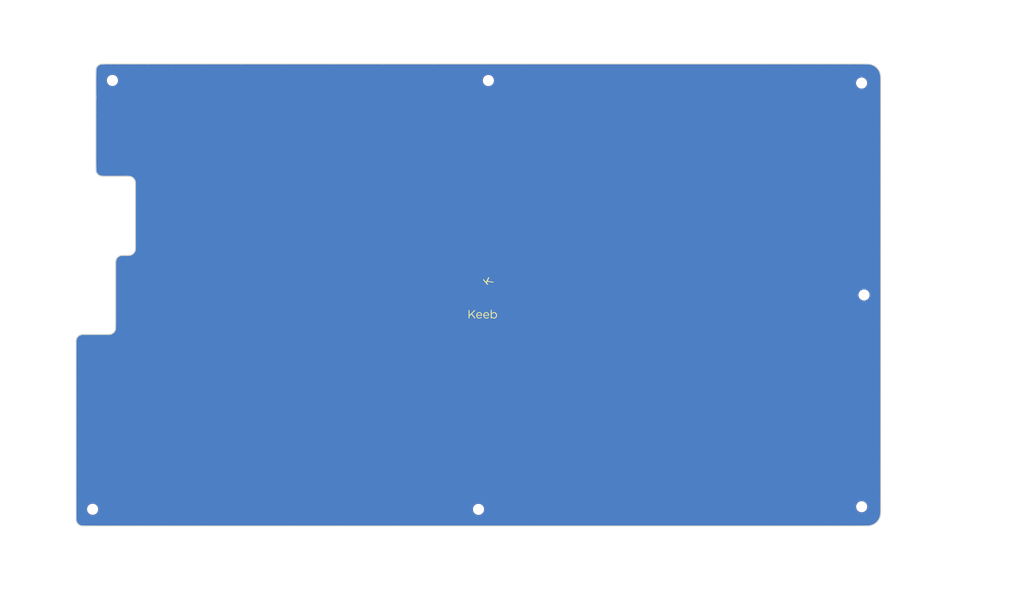
<source format=kicad_pcb>
(kicad_pcb (version 20221018) (generator pcbnew)
  (layers (0 "F.Cu" signal) (31 "B.Cu" signal) (34 "B.Paste" user) (35 "F.Paste" user) (36 "B.SilkS" user "B.Silkscreen") (37 "F.SilkS" user "F.Silkscreen") (38 "B.Mask" user) (39 "F.Mask" user) (44 "Edge.Cuts" user))
  (net 0 "")
  (footprint "Keebio-Art:Keebio-TwoTone" (layer "F.Cu") (at 123.143526 72.990229)
    (fp_text reference "G***" hide)
    (fp_text value "LOGO" hide)
  )
  (footprint "Mounting_Holes:MountingHole_2.2mm_M2" (layer "B.Cu") (at 123.143526 21.360229 180)
    (fp_text reference "REF**" hide)
    (fp_text value "MountingHole_2.2mm_M2" hide)
    (pad "" np_thru_hole circle (at 0 0 180) (size 2.2 2.2) (drill 2.2) (layers "*.Cu" "*.Mask"))
  )
  (footprint "Mounting_Holes:MountingHole_2.2mm_M2" (layer "B.Cu") (at 213.006026 21.970229 180)
    (fp_text reference "REF**" hide)
    (fp_text value "MountingHole_2.2mm_M2" hide)
    (pad "" np_thru_hole circle (at 0 0 180) (size 2.2 2.2) (drill 2.2) (layers "*.Cu" "*.Mask"))
  )
  (footprint "Mounting_Holes:MountingHole_2.2mm_M2" (layer "B.Cu") (at 32.621026 21.340229 180)
    (fp_text reference "REF**" hide)
    (fp_text value "MountingHole_2.2mm_M2" hide)
    (pad "" np_thru_hole circle (at 0 0 180) (size 2.2 2.2) (drill 2.2) (layers "*.Cu" "*.Mask"))
  )
  (footprint "Mounting_Holes:MountingHole_2.2mm_M2" (layer "B.Cu") (at 27.851026 124.590229 180)
    (fp_text reference "REF**" hide)
    (fp_text value "MountingHole_2.2mm_M2" hide)
    (pad "" np_thru_hole circle (at 0 0 180) (size 2.2 2.2) (drill 2.2) (layers "*.Cu" "*.Mask"))
  )
  (footprint "Mounting_Holes:MountingHole_2.2mm_M2" (layer "B.Cu") (at 120.763526 124.610229 180)
    (fp_text reference "REF**" hide)
    (fp_text value "MountingHole_2.2mm_M2" hide)
    (pad "" np_thru_hole circle (at 0 0 180) (size 2.2 2.2) (drill 2.2) (layers "*.Cu" "*.Mask"))
  )
  (footprint "Mounting_Holes:MountingHole_2.2mm_M2" (layer "B.Cu") (at 213.026026 123.980229 180)
    (fp_text reference "REF**" hide)
    (fp_text value "MountingHole_2.2mm_M2" hide)
    (pad "" np_thru_hole circle (at 0 0 180) (size 2.2 2.2) (drill 2.2) (layers "*.Cu" "*.Mask"))
  )
  (footprint "Mounting_Holes:MountingHole_2.2mm_M2" (layer "B.Cu") (at 213.596026 72.990229 180)
    (fp_text reference "REF**" hide)
    (fp_text value "MountingHole_2.2mm_M2" hide)
    (pad "" np_thru_hole circle (at 0 0 180) (size 2.2 2.2) (drill 2.2) (layers "*.Cu" "*.Mask"))
  )
  (gr_line (start 38.158512 46.228192) (end 38.15828 46.155055) (stroke (width 0.2)) (layer "Edge.Cuts"))
  (gr_line (start 28.644979 18.855713) (end 28.657789 18.743977) (stroke (width 0.2)) (layer "Edge.Cuts"))
  (gr_line (start 217.60826 110.980457) (end 217.60826 115.615681) (stroke (width 0.2)) (layer "Edge.Cuts"))
  (gr_line (start 33.396033 66.257522) (end 33.396033 65.896197) (stroke (width 0.2)) (layer "Edge.Cuts"))
  (gr_line (start 23.925171 83.731809) (end 23.957152 83.610658) (stroke (width 0.2)) (layer "Edge.Cuts"))
  (gr_line (start 34.158032 63.699116) (end 34.274287 63.63411) (stroke (width 0.2)) (layer "Edge.Cuts"))
  (gr_line (start 209.936823 17.360222) (end 211.908055 17.360222) (stroke (width 0.2)) (layer "Edge.Cuts"))
  (gr_line (start 29.316265 17.651547) (end 29.429351 17.578596) (stroke (width 0.2)) (layer "Edge.Cuts"))
  (gr_line (start 38.158512 46.482159) (end 38.158512 46.366354) (stroke (width 0.2)) (layer "Edge.Cuts"))
  (gr_line (start 217.60826 21.214055) (end 217.60826 21.602283) (stroke (width 0.2)) (layer "Edge.Cuts"))
  (gr_line (start 38.158512 61.578533) (end 38.158512 61.502678) (stroke (width 0.2)) (layer "Edge.Cuts"))
  (gr_line (start 33.940742 63.861329) (end 34.046458 63.775247) (stroke (width 0.2)) (layer "Edge.Cuts"))
  (gr_line (start 34.046458 63.775247) (end 34.158032 63.699116) (stroke (width 0.2)) (layer "Edge.Cuts"))
  (gr_line (start 23.87127 120.387815) (end 23.87127 117.772986) (stroke (width 0.2)) (layer "Edge.Cuts"))
  (gr_line (start 28.633275 19.488996) (end 28.633275 19.390879) (stroke (width 0.2)) (layer "Edge.Cuts"))
  (gr_line (start 217.556678 20.109751) (end 217.583286 20.334245) (stroke (width 0.2)) (layer "Edge.Cuts"))
  (gr_line (start 28.633275 26.602139) (end 28.633275 26.102548) (stroke (width 0.2)) (layer "Edge.Cuts"))
  (gr_line (start 33.396033 78.798691) (end 33.396033 78.001896) (stroke (width 0.2)) (layer "Edge.Cuts"))
  (gr_line (start 216.441078 18.095678) (end 216.643998 18.279086) (stroke (width 0.2)) (layer "Edge.Cuts"))
  (gr_line (start 35.154462 63.460359) (end 35.225037 63.460229) (stroke (width 0.2)) (layer "Edge.Cuts"))
  (gr_line (start 35.623019 63.460229) (end 35.686919 63.460229) (stroke (width 0.2)) (layer "Edge.Cuts"))
  (gr_line (start 33.396033 80.566788) (end 33.396033 80.541725) (stroke (width 0.2)) (layer "Edge.Cuts"))
  (gr_line (start 34.037746 128.610215) (end 30.534345 128.610215) (stroke (width 0.2)) (layer "Edge.Cuts"))
  (gr_line (start 217.60826 21.602283) (end 217.60826 22.382027) (stroke (width 0.2)) (layer "Edge.Cuts"))
  (gr_line (start 28.705997 18.506223) (end 28.74446 18.384702) (stroke (width 0.2)) (layer "Edge.Cuts"))
  (gr_line (start 28.633275 41.498633) (end 28.633275 40.925839) (stroke (width 0.2)) (layer "Edge.Cuts"))
  (gr_line (start 29.629369 44.288406) (end 29.509682 44.235425) (stroke (width 0.2)) (layer "Edge.Cuts"))
  (gr_line (start 75.563233 128.610215) (end 64.119557 128.610215) (stroke (width 0.2)) (layer "Edge.Cuts"))
  (gr_line (start 112.720084 128.610215) (end 100.343212 128.610215) (stroke (width 0.2)) (layer "Edge.Cuts"))
  (gr_line (start 33.599938 64.281661) (end 33.670479 64.167527) (stroke (width 0.2)) (layer "Edge.Cuts"))
  (gr_line (start 28.633275 36.58871) (end 28.633275 35.111106) (stroke (width 0.2)) (layer "Edge.Cuts"))
  (gr_line (start 29.288332 82.510229) (end 29.751344 82.510229) (stroke (width 0.2)) (layer "Edge.Cuts"))
  (gr_line (start 215.998044 17.786507) (end 216.224977 17.930701) (stroke (width 0.2)) (layer "Edge.Cuts"))
  (gr_line (start 28.633275 25.050441) (end 28.633275 24.855373) (stroke (width 0.2)) (layer "Edge.Cuts"))
  (gr_line (start 28.633275 28.185991) (end 28.633275 27.286891) (stroke (width 0.2)) (layer "Edge.Cuts"))
  (gr_line (start 23.90261 127.271727) (end 23.887241 127.157572) (stroke (width 0.2)) (layer "Edge.Cuts"))
  (gr_line (start 23.87127 84.533967) (end 23.87127 84.40078) (stroke (width 0.2)) (layer "Edge.Cuts"))
  (gr_line (start 191.667256 128.610215) (end 135.049016 128.610215) (stroke (width 0.2)) (layer "Edge.Cuts"))
  (gr_line (start 29.667233 17.468004) (end 29.788756 17.430384) (stroke (width 0.2)) (layer "Edge.Cuts"))
  (gr_line (start 25.740201 82.510229) (end 25.795735 82.510229) (stroke (width 0.2)) (layer "Edge.Cuts"))
  (gr_line (start 33.396033 75.839483) (end 33.396033 74.564039) (stroke (width 0.2)) (layer "Edge.Cuts"))
  (gr_line (start 204.144755 128.610215) (end 198.765779 128.610215) (stroke (width 0.2)) (layer "Edge.Cuts"))
  (gr_line (start 217.60826 28.875714) (end 217.60826 33.026879) (stroke (width 0.2)) (layer "Edge.Cuts"))
  (gr_line (start 135.049016 128.610215) (end 124.44859 128.610215) (stroke (width 0.2)) (layer "Edge.Cuts"))
  (gr_line (start 31.173278 17.360222) (end 32.252843 17.360222) (stroke (width 0.2)) (layer "Edge.Cuts"))
  (gr_line (start 28.657789 18.743977) (end 28.677618 18.626731) (stroke (width 0.2)) (layer "Edge.Cuts"))
  (gr_line (start 33.396033 70.579097) (end 33.396033 69.369674) (stroke (width 0.2)) (layer "Edge.Cuts"))
  (gr_line (start 35.951293 63.460229) (end 36.006526 63.460229) (stroke (width 0.2)) (layer "Edge.Cuts"))
  (gr_line (start 28.633275 40.925839) (end 28.633275 40.159556) (stroke (width 0.2)) (layer "Edge.Cuts"))
  (gr_line (start 33.670479 64.167527) (end 33.751577 64.058644) (stroke (width 0.2)) (layer "Edge.Cuts"))
  (gr_line (start 28.987476 43.81016) (end 28.906535 43.701186) (stroke (width 0.2)) (layer "Edge.Cuts"))
  (gr_line (start 26.040565 82.510229) (end 26.18608 82.510229) (stroke (width 0.2)) (layer "Edge.Cuts"))
  (gr_line (start 33.396033 79.405878) (end 33.396033 78.798691) (stroke (width 0.2)) (layer "Edge.Cuts"))
  (gr_line (start 31.508787 82.510229) (end 31.567019 82.510229) (stroke (width 0.2)) (layer "Edge.Cuts"))
  (gr_line (start 32.950011 82.014273) (end 33.04049 81.911815) (stroke (width 0.2)) (layer "Edge.Cuts"))
  (gr_line (start 25.768212 128.610215) (end 25.679855 128.610214) (stroke (width 0.2)) (layer "Edge.Cuts"))
  (gr_line (start 214.378531 17.367481) (end 214.583651 17.380695) (stroke (width 0.2)) (layer "Edge.Cuts"))
  (gr_line (start 32.745608 82.195211) (end 32.851325 82.10913) (stroke (width 0.2)) (layer "Edge.Cuts"))
  (gr_line (start 36.614812 63.452433) (end 36.723309 63.442297) (stroke (width 0.2)) (layer "Edge.Cuts"))
  (gr_line (start 28.633275 33.586529) (end 28.633275 32.073352) (stroke (width 0.2)) (layer "Edge.Cuts"))
  (gr_line (start 27.372738 82.510229) (end 27.823337 82.510229) (stroke (width 0.2)) (layer "Edge.Cuts"))
  (gr_line (start 28.633275 42.548017) (end 28.633275 42.476489) (stroke (width 0.2)) (layer "Edge.Cuts"))
  (gr_line (start 28.633275 19.202745) (end 28.633324 19.135363) (stroke (width 0.2)) (layer "Edge.Cuts"))
  (gr_line (start 28.633275 42.188067) (end 28.633275 41.909016) (stroke (width 0.2)) (layer "Edge.Cuts"))
  (gr_line (start 33.33272 81.328246) (end 33.3584 81.208471) (stroke (width 0.2)) (layer "Edge.Cuts"))
  (gr_line (start 217.60826 25.838207) (end 217.60826 28.875714) (stroke (width 0.2)) (layer "Edge.Cuts"))
  (gr_line (start 36.006526 63.460229) (end 36.052303 63.460229) (stroke (width 0.2)) (layer "Edge.Cuts"))
  (gr_line (start 28.633275 32.073352) (end 28.633275 30.629954) (stroke (width 0.2)) (layer "Edge.Cuts"))
  (gr_line (start 31.818535 82.50464) (end 31.9244 82.496245) (stroke (width 0.2)) (layer "Edge.Cuts"))
  (gr_line (start 217.515796 19.874587) (end 217.556678 20.109751) (stroke (width 0.2)) (layer "Edge.Cuts"))
  (gr_line (start 24.384329 128.18036) (end 24.288082 128.083001) (stroke (width 0.2)) (layer "Edge.Cuts"))
  (gr_line (start 31.722187 82.508747) (end 31.818535 82.50464) (stroke (width 0.2)) (layer "Edge.Cuts"))
  (gr_line (start 37.543478 63.118005) (end 37.647017 63.028915) (stroke (width 0.2)) (layer "Edge.Cuts"))
  (gr_line (start 29.90909 17.402728) (end 30.025987 17.383503) (stroke (width 0.2)) (layer "Edge.Cuts"))
  (gr_line (start 36.288698 44.410229) (end 36.233165 44.410229) (stroke (width 0.2)) (layer "Edge.Cuts"))
  (gr_line (start 31.387433 82.510229) (end 31.452708 82.510229) (stroke (width 0.2)) (layer "Edge.Cuts"))
  (gr_line (start 33.396033 77.002611) (end 33.396033 75.839483) (stroke (width 0.2)) (layer "Edge.Cuts"))
  (gr_line (start 217.202476 126.963714) (end 217.061741 127.192127) (stroke (width 0.2)) (layer "Edge.Cuts"))
  (gr_line (start 38.158512 61.200913) (end 38.158512 60.919694) (stroke (width 0.2)) (layer "Edge.Cuts"))
  (gr_line (start 35.4448 63.460229) (end 35.476851 63.460229) (stroke (width 0.2)) (layer "Edge.Cuts"))
  (gr_line (start 33.396033 73.227808) (end 33.396033 71.882318) (stroke (width 0.2)) (layer "Edge.Cuts"))
  (gr_line (start 29.077818 43.912727) (end 28.987476 43.81016) (stroke (width 0.2)) (layer "Edge.Cuts"))
  (gr_line (start 31.183901 82.510229) (end 31.301614 82.510229) (stroke (width 0.2)) (layer "Edge.Cuts"))
  (gr_line (start 210.718628 128.610215) (end 208.047825 128.610215) (stroke (width 0.2)) (layer "Edge.Cuts"))
  (gr_line (start 23.87127 100.003759) (end 23.87127 96.518606) (stroke (width 0.2)) (layer "Edge.Cuts"))
  (gr_line (start 36.349927 44.41023) (end 36.288698 44.410229) (stroke (width 0.2)) (layer "Edge.Cuts"))
  (gr_line (start 29.871749 44.360059) (end 29.750802 44.329454) (stroke (width 0.2)) (layer "Edge.Cuts"))
  (gr_line (start 31.567019 82.510229) (end 31.637605 82.5101) (stroke (width 0.2)) (layer "Edge.Cuts"))
  (gr_line (start 24.382765 82.941544) (end 24.486304 82.852453) (stroke (width 0.2)) (layer "Edge.Cuts"))
  (gr_line (start 28.633275 35.111106) (end 28.633275 33.586529) (stroke (width 0.2)) (layer "Edge.Cuts"))
  (gr_line (start 24.199112 83.14372) (end 24.286643 83.039025) (stroke (width 0.2)) (layer "Edge.Cuts"))
  (gr_line (start 25.60338 82.510593) (end 25.678794 82.51023) (stroke (width 0.2)) (layer "Edge.Cuts"))
  (gr_line (start 38.127172 45.748717) (end 38.104186 45.629929) (stroke (width 0.2)) (layer "Edge.Cuts"))
  (gr_line (start 38.151932 61.898703) (end 38.156608 61.800719) (stroke (width 0.2)) (layer "Edge.Cuts"))
  (gr_line (start 33.396033 71.882318) (end 33.396033 70.579097) (stroke (width 0.2)) (layer "Edge.Cuts"))
  (gr_line (start 29.282 44.09394) (end 29.176384 44.007712) (stroke (width 0.2)) (layer "Edge.Cuts"))
  (gr_line (start 28.653104 42.99086) (end 28.642172 42.881308) (stroke (width 0.2)) (layer "Edge.Cuts"))
  (gr_line (start 32.851325 82.10913) (end 32.950011 82.014273) (stroke (width 0.2)) (layer "Edge.Cuts"))
  (gr_line (start 189.233461 17.360222) (end 196.80231 17.360222) (stroke (width 0.2)) (layer "Edge.Cuts"))
  (gr_line (start 33.395496 80.791159) (end 33.396028 80.713523) (stroke (width 0.2)) (layer "Edge.Cuts"))
  (gr_line (start 25.856741 82.510229) (end 25.934568 82.510229) (stroke (width 0.2)) (layer "Edge.Cuts"))
  (gr_line (start 35.416768 63.460229) (end 35.4448 63.460229) (stroke (width 0.2)) (layer "Edge.Cuts"))
  (gr_line (start 37.647017 63.028915) (end 37.743139 62.931434) (stroke (width 0.2)) (layer "Edge.Cuts"))
  (gr_line (start 24.200408 127.978409) (end 24.122483 127.867759) (stroke (width 0.2)) (layer "Edge.Cuts"))
  (gr_line (start 217.60826 104.985212) (end 217.60826 110.980457) (stroke (width 0.2)) (layer "Edge.Cuts"))
  (gr_line (start 214.66843 128.5819) (end 214.456438 128.598847) (stroke (width 0.2)) (layer "Edge.Cuts"))
  (gr_line (start 33.396033 80.511621) (end 33.396033 80.510312) (stroke (width 0.2)) (layer "Edge.Cuts"))
  (gr_line (start 214.894887 128.553264) (end 214.66843 128.5819) (stroke (width 0.2)) (layer "Edge.Cuts"))
  (gr_line (start 28.642172 42.881308) (end 28.636246 42.780219) (stroke (width 0.2)) (layer "Edge.Cuts"))
  (gr_line (start 214.804993 17.404401) (end 215.038059 17.441662) (stroke (width 0.2)) (layer "Edge.Cuts"))
  (gr_line (start 217.608251 125.014604) (end 217.607225 125.169438) (stroke (width 0.2)) (layer "Edge.Cuts"))
  (gr_line (start 23.87127 84.329215) (end 23.871491 84.256308) (stroke (width 0.2)) (layer "Edge.Cuts"))
  (gr_line (start 38.142541 45.862872) (end 38.127172 45.748717) (stroke (width 0.2)) (layer "Edge.Cuts"))
  (gr_line (start 38.151827 45.970147) (end 38.142541 45.862872) (stroke (width 0.2)) (layer "Edge.Cuts"))
  (gr_line (start 33.396033 65.489963) (end 33.396033 65.389743) (stroke (width 0.2)) (layer "Edge.Cuts"))
  (gr_line (start 25.414971 82.518026) (end 25.514689 82.512681) (stroke (width 0.2)) (layer "Edge.Cuts"))
  (gr_line (start 38.158512 50.684429) (end 38.158512 49.569382) (stroke (width 0.2)) (layer "Edge.Cuts"))
  (gr_line (start 33.396033 80.499443) (end 33.396033 80.453833) (stroke (width 0.2)) (layer "Edge.Cuts"))
  (gr_line (start 28.633275 23.350926) (end 28.633275 22.833104) (stroke (width 0.2)) (layer "Edge.Cuts"))
  (gr_line (start 23.902316 83.850542) (end 23.925171 83.731809) (stroke (width 0.2)) (layer "Edge.Cuts"))
  (gr_line (start 24.487974 128.26931) (end 24.384329 128.18036) (stroke (width 0.2)) (layer "Edge.Cuts"))
  (gr_line (start 30.640731 44.410229) (end 30.575684 44.410229) (stroke (width 0.2)) (layer "Edge.Cuts"))
  (gr_line (start 37.908433 62.716003) (end 37.975255 62.600402) (stroke (width 0.2)) (layer "Edge.Cuts"))
  (gr_line (start 217.568602 125.771475) (end 217.53366 126.003006) (stroke (width 0.2)) (layer "Edge.Cuts"))
  (gr_line (start 28.633324 19.135363) (end 28.634279 19.053654) (stroke (width 0.2)) (layer "Edge.Cuts"))
  (gr_line (start 46.924885 17.360222) (end 54.349001 17.360222) (stroke (width 0.2)) (layer "Edge.Cuts"))
  (gr_line (start 28.633275 19.390879) (end 28.633275 19.318573) (stroke (width 0.2)) (layer "Edge.Cuts"))
  (gr_line (start 38.156608 61.800719) (end 38.158291 61.71415) (stroke (width 0.2)) (layer "Edge.Cuts"))
  (gr_line (start 28.634279 19.053654) (end 28.637653 18.959688) (stroke (width 0.2)) (layer "Edge.Cuts"))
  (gr_line (start 29.989962 44.381754) (end 29.871749 44.360059) (stroke (width 0.2)) (layer "Edge.Cuts"))
  (gr_line (start 33.842056 63.956186) (end 33.940742 63.861329) (stroke (width 0.2)) (layer "Edge.Cuts"))
  (gr_line (start 214.456438 128.598847) (end 214.26341 128.607172) (stroke (width 0.2)) (layer "Edge.Cuts"))
  (gr_line (start 28.633275 20.059837) (end 28.633275 19.811313) (stroke (width 0.2)) (layer "Edge.Cuts"))
  (gr_line (start 35.324829 63.460229) (end 35.359979 63.460229) (stroke (width 0.2)) (layer "Edge.Cuts"))
  (gr_line (start 36.838337 63.425839) (end 36.957645 63.401524) (stroke (width 0.2)) (layer "Edge.Cuts"))
  (gr_line (start 31.452708 82.510229) (end 31.508787 82.510229) (stroke (width 0.2)) (layer "Edge.Cuts"))
  (gr_line (start 28.633275 22.297147) (end 28.633275 21.763597) (stroke (width 0.2)) (layer "Edge.Cuts"))
  (gr_line (start 33.396033 65.389743) (end 33.396033 65.321249) (stroke (width 0.2)) (layer "Edge.Cuts"))
  (gr_line (start 214.26341 128.607172) (end 214.093843 128.609941) (stroke (width 0.2)) (layer "Edge.Cuts"))
  (gr_line (start 28.633275 39.16949) (end 28.633275 37.960963) (stroke (width 0.2)) (layer "Edge.Cuts"))
  (gr_line (start 33.396033 68.305576) (end 33.396033 67.434863) (stroke (width 0.2)) (layer "Edge.Cuts"))
  (gr_line (start 24.710934 82.704141) (end 24.829672 82.647264) (stroke (width 0.2)) (layer "Edge.Cuts"))
  (gr_line (start 34.51546 63.54045) (end 34.636382 63.509996) (stroke (width 0.2)) (layer "Edge.Cuts"))
  (gr_line (start 87.797689 128.610215) (end 75.563233 128.610215) (stroke (width 0.2)) (layer "Edge.Cuts"))
  (gr_line (start 217.60826 124.877975) (end 217.608251 125.014604) (stroke (width 0.2)) (layer "Edge.Cuts"))
  (gr_line (start 32.634035 82.271343) (end 32.745608 82.195211) (stroke (width 0.2)) (layer "Edge.Cuts"))
  (gr_line (start 36.723309 63.442297) (end 36.838337 63.425839) (stroke (width 0.2)) (layer "Edge.Cuts"))
  (gr_line (start 215.038059 17.441662) (end 215.278352 17.495546) (stroke (width 0.2)) (layer "Edge.Cuts"))
  (gr_line (start 213.068296 17.360222) (end 213.653035 17.360222) (stroke (width 0.2)) (layer "Edge.Cuts"))
  (gr_line (start 35.516118 63.460229) (end 35.565216 63.460229) (stroke (width 0.2)) (layer "Edge.Cuts"))
  (gr_line (start 29.54677 17.517119) (end 29.667233 17.468004) (stroke (width 0.2)) (layer "Edge.Cuts"))
  (gr_line (start 24.712762 128.417286) (end 24.597844 128.348677) (stroke (width 0.2)) (layer "Edge.Cuts"))
  (gr_line (start 37.433697 63.197531) (end 37.543478 63.118005) (stroke (width 0.2)) (layer "Edge.Cuts"))
  (gr_line (start 30.8074 82.510229) (end 31.022946 82.510229) (stroke (width 0.2)) (layer "Edge.Cuts"))
  (gr_line (start 28.633275 24.855373) (end 28.633275 24.591935) (stroke (width 0.2)) (layer "Edge.Cuts"))
  (gr_line (start 24.952696 128.518413) (end 24.831551 128.47397) (stroke (width 0.2)) (layer "Edge.Cuts"))
  (gr_line (start 212.400804 128.610215) (end 210.718628 128.610215) (stroke (width 0.2)) (layer "Edge.Cuts"))
  (gr_line (start 38.158512 58.28491) (end 38.158512 57.167447) (stroke (width 0.2)) (layer "Edge.Cuts"))
  (gr_line (start 30.461302 44.410229) (end 30.390484 44.410092) (stroke (width 0.2)) (layer "Edge.Cuts"))
  (gr_line (start 217.60826 71.17637) (end 217.60826 80.408783) (stroke (width 0.2)) (layer "Edge.Cuts"))
  (gr_line (start 28.633275 27.286891) (end 28.633275 26.602139) (stroke (width 0.2)) (layer "Edge.Cuts"))
  (gr_line (start 30.025987 17.383503) (end 30.137197 17.371176) (stroke (width 0.2)) (layer "Edge.Cuts"))
  (gr_line (start 23.887053 83.964607) (end 23.902316 83.850542) (stroke (width 0.2)) (layer "Edge.Cuts"))
  (gr_line (start 215.521375 17.569118) (end 215.762628 17.665444) (stroke (width 0.2)) (layer "Edge.Cuts"))
  (gr_line (start 25.191445 82.54462) (end 25.306473 82.528161) (stroke (width 0.2)) (layer "Edge.Cuts"))
  (gr_line (start 36.093796 44.410229) (end 35.987261 44.410229) (stroke (width 0.2)) (layer "Edge.Cuts"))
  (gr_line (start 28.777548 43.468715) (end 28.731264 43.347802) (stroke (width 0.2)) (layer "Edge.Cuts"))
  (gr_line (start 85.777005 17.360222) (end 97.833915 17.360222) (stroke (width 0.2)) (layer "Edge.Cuts"))
  (gr_line (start 23.999791 83.489336) (end 24.054527 83.370057) (stroke (width 0.2)) (layer "Edge.Cuts"))
  (gr_line (start 24.00055 127.632993) (end 23.957732 127.511687) (stroke (width 0.2)) (layer "Edge.Cuts"))
  (gr_line (start 124.44859 128.610215) (end 112.720084 128.610215) (stroke (width 0.2)) (layer "Edge.Cuts"))
  (gr_line (start 28.633275 21.763597) (end 28.633275 21.252998) (stroke (width 0.2)) (layer "Edge.Cuts"))
  (gr_line (start 216.522042 127.80518) (end 216.31081 127.977636) (stroke (width 0.2)) (layer "Edge.Cuts"))
  (gr_line (start 30.3057 44.408708) (end 30.209186 44.404546) (stroke (width 0.2)) (layer "Edge.Cuts"))
  (gr_line (start 28.633275 19.318573) (end 28.633275 19.259916) (stroke (width 0.2)) (layer "Edge.Cuts"))
  (gr_line (start 23.957732 127.511687) (end 23.925596 127.390515) (stroke (width 0.2)) (layer "Edge.Cuts"))
  (gr_line (start 33.375985 81.092626) (end 33.387008 80.98296) (stroke (width 0.2)) (layer "Edge.Cuts"))
  (gr_line (start 217.378943 19.39024) (end 217.457573 19.633251) (stroke (width 0.2)) (layer "Edge.Cuts"))
  (gr_line (start 217.598684 20.54357) (end 217.605939 20.733228) (stroke (width 0.2)) (layer "Edge.Cuts"))
  (gr_line (start 215.762628 17.665444) (end 215.998044 17.786507) (stroke (width 0.2)) (layer "Edge.Cuts"))
  (gr_line (start 217.607225 125.169438) (end 217.602318 125.350193) (stroke (width 0.2)) (layer "Edge.Cuts"))
  (gr_line (start 28.633793 42.689841) (end 28.63328 42.612424) (stroke (width 0.2)) (layer "Edge.Cuts"))
  (gr_line (start 34.650212 44.410229) (end 34.198938 44.410229) (stroke (width 0.2)) (layer "Edge.Cuts"))
  (gr_line (start 38.158512 61.502678) (end 38.158512 61.386023) (stroke (width 0.2)) (layer "Edge.Cuts"))
  (gr_line (start 38.142729 62.005851) (end 38.151932 61.898703) (stroke (width 0.2)) (layer "Edge.Cuts"))
  (gr_line (start 29.509682 44.235425) (end 29.393491 44.170236) (stroke (width 0.2)) (layer "Edge.Cuts"))
  (gr_line (start 28.633275 25.360427) (end 28.633275 25.359746) (stroke (width 0.2)) (layer "Edge.Cuts"))
  (gr_line (start 23.87127 126.721063) (end 23.87127 126.589408) (stroke (width 0.2)) (layer "Edge.Cuts"))
  (gr_line (start 34.867666 63.474214) (end 34.973531 63.465819) (stroke (width 0.2)) (layer "Edge.Cuts"))
  (gr_line (start 35.889105 63.460229) (end 35.951293 63.460229) (stroke (width 0.2)) (layer "Edge.Cuts"))
  (gr_line (start 38.158512 53.250665) (end 38.158512 51.9287) (stroke (width 0.2)) (layer "Edge.Cuts"))
  (gr_line (start 215.616073 128.366569) (end 215.373206 128.448664) (stroke (width 0.2)) (layer "Edge.Cuts"))
  (gr_line (start 38.158512 47.348328) (end 38.158512 46.945491) (stroke (width 0.2)) (layer "Edge.Cuts"))
  (gr_line (start 36.290492 63.460229) (end 36.350988 63.460229) (stroke (width 0.2)) (layer "Edge.Cuts"))
  (gr_line (start 28.633275 19.625086) (end 28.633275 19.488996) (stroke (width 0.2)) (layer "Edge.Cuts"))
  (gr_line (start 31.853149 44.410229) (end 31.498505 44.410229) (stroke (width 0.2)) (layer "Edge.Cuts"))
  (gr_line (start 32.733678 44.410229) (end 32.271171 44.410229) (stroke (width 0.2)) (layer "Edge.Cuts"))
  (gr_line (start 217.60826 123.13841) (end 217.60826 124.120125) (stroke (width 0.2)) (layer "Edge.Cuts"))
  (gr_line (start 31.022946 82.510229) (end 31.183901 82.510229) (stroke (width 0.2)) (layer "Edge.Cuts"))
  (gr_line (start 196.80231 17.360222) (end 202.619438 17.360222) (stroke (width 0.2)) (layer "Edge.Cuts"))
  (gr_line (start 213.337991 128.610215) (end 212.400804 128.610215) (stroke (width 0.2)) (layer "Edge.Cuts"))
  (gr_line (start 36.08885 63.460229) (end 36.11923 63.460229) (stroke (width 0.2)) (layer "Edge.Cuts"))
  (gr_line (start 33.396033 80.650804) (end 33.396033 80.602518) (stroke (width 0.2)) (layer "Edge.Cuts"))
  (gr_line (start 30.333561 17.361085) (end 30.414217 17.360254) (stroke (width 0.2)) (layer "Edge.Cuts"))
  (gr_line (start 213.653035 17.360222) (end 213.897759 17.360222) (stroke (width 0.2)) (layer "Edge.Cuts"))
  (gr_line (start 37.20011 63.323195) (end 37.318849 63.266318) (stroke (width 0.2)) (layer "Edge.Cuts"))
  (gr_line (start 28.633275 24.249992) (end 28.633275 23.83007) (stroke (width 0.2)) (layer "Edge.Cuts"))
  (gr_line (start 29.014754 17.927496) (end 29.107792 17.827172) (stroke (width 0.2)) (layer "Edge.Cuts"))
  (gr_line (start 38.158512 47.902153) (end 38.158512 47.348328) (stroke (width 0.2)) (layer "Edge.Cuts"))
  (gr_line (start 24.288082 128.083001) (end 24.200408 127.978409) (stroke (width 0.2)) (layer "Edge.Cuts"))
  (gr_line (start 28.633275 30.629954) (end 28.633275 29.314708) (stroke (width 0.2)) (layer "Edge.Cuts"))
  (gr_line (start 27.823337 82.510229) (end 28.305413 82.510229) (stroke (width 0.2)) (layer "Edge.Cuts"))
  (gr_line (start 30.485105 17.360222) (end 30.661897 17.360222) (stroke (width 0.2)) (layer "Edge.Cuts"))
  (gr_line (start 31.218113 44.410229) (end 31.003489 44.410229) (stroke (width 0.2)) (layer "Edge.Cuts"))
  (gr_line (start 23.87127 126.792252) (end 23.87127 126.721063) (stroke (width 0.2)) (layer "Edge.Cuts"))
  (gr_line (start 28.633275 23.83007) (end 28.633275 23.350926) (stroke (width 0.2)) (layer "Edge.Cuts"))
  (gr_line (start 28.85695 18.147292) (end 28.930748 18.034594) (stroke (width 0.2)) (layer "Edge.Cuts"))
  (gr_line (start 28.305413 82.510229) (end 28.80005 82.510229) (stroke (width 0.2)) (layer "Edge.Cuts"))
  (gr_line (start 23.87127 90.769019) (end 23.87127 88.7129) (stroke (width 0.2)) (layer "Edge.Cuts"))
  (gr_line (start 217.60826 22.382027) (end 217.60826 23.733823) (stroke (width 0.2)) (layer "Edge.Cuts"))
  (gr_line (start 33.297411 81.449701) (end 33.33272 81.328246) (stroke (width 0.2)) (layer "Edge.Cuts"))
  (gr_line (start 33.3584 81.208471) (end 33.375985 81.092626) (stroke (width 0.2)) (layer "Edge.Cuts"))
  (gr_line (start 217.60826 89.356732) (end 217.60826 97.666711) (stroke (width 0.2)) (layer "Edge.Cuts"))
  (gr_line (start 36.513616 44.412627) (end 36.425116 44.410578) (stroke (width 0.2)) (layer "Edge.Cuts"))
  (gr_line (start 35.841026 44.410229) (end 35.643743 44.410229) (stroke (width 0.2)) (layer "Edge.Cuts"))
  (gr_line (start 23.871491 84.256308) (end 23.873174 84.169739) (stroke (width 0.2)) (layer "Edge.Cuts"))
  (gr_line (start 36.957645 63.401524) (end 37.078986 63.36782) (stroke (width 0.2)) (layer "Edge.Cuts"))
  (gr_line (start 38.158512 61.386023) (end 38.158512 61.200913) (stroke (width 0.2)) (layer "Edge.Cuts"))
  (gr_line (start 32.155685 82.460462) (end 32.276607 82.430009) (stroke (width 0.2)) (layer "Edge.Cuts"))
  (gr_line (start 37.077086 44.502032) (end 36.95576 44.468487) (stroke (width 0.2)) (layer "Edge.Cuts"))
  (gr_line (start 23.873174 84.169739) (end 23.87785 84.071756) (stroke (width 0.2)) (layer "Edge.Cuts"))
  (gr_line (start 214.034952 17.360261) (end 214.194133 17.361691) (stroke (width 0.2)) (layer "Edge.Cuts"))
  (gr_line (start 23.87127 122.435468) (end 23.87127 120.387815) (stroke (width 0.2)) (layer "Edge.Cuts"))
  (gr_line (start 217.60826 124.120125) (end 217.60826 124.639802) (stroke (width 0.2)) (layer "Edge.Cuts"))
  (gr_line (start 54.349001 17.360222) (end 63.571136 17.360222) (stroke (width 0.2)) (layer "Edge.Cuts"))
  (gr_line (start 34.754534 63.488428) (end 34.867666 63.474214) (stroke (width 0.2)) (layer "Edge.Cuts"))
  (gr_line (start 38.158512 59.958307) (end 38.158512 59.222829) (stroke (width 0.2)) (layer "Edge.Cuts"))
  (gr_line (start 28.63328 42.612424) (end 28.633275 42.548017) (stroke (width 0.2)) (layer "Edge.Cuts"))
  (gr_line (start 74.201608 17.360222) (end 85.777005 17.360222) (stroke (width 0.2)) (layer "Edge.Cuts"))
  (gr_line (start 33.396033 80.525437) (end 33.396033 80.516032) (stroke (width 0.2)) (layer "Edge.Cuts"))
  (gr_line (start 30.525915 82.510229) (end 30.8074 82.510229) (stroke (width 0.2)) (layer "Edge.Cuts"))
  (gr_line (start 217.319714 126.727185) (end 217.202476 126.963714) (stroke (width 0.2)) (layer "Edge.Cuts"))
  (gr_line (start 31.498505 44.410229) (end 31.218113 44.410229) (stroke (width 0.2)) (layer "Edge.Cuts"))
  (gr_line (start 217.276864 19.150042) (end 217.378943 19.39024) (stroke (width 0.2)) (layer "Edge.Cuts"))
  (gr_line (start 32.252843 17.360222) (end 34.13419 17.360222) (stroke (width 0.2)) (layer "Edge.Cuts"))
  (gr_line (start 29.393491 44.170236) (end 29.282 44.09394) (stroke (width 0.2)) (layer "Edge.Cuts"))
  (gr_line (start 33.396033 80.602518) (end 33.396033 80.566788) (stroke (width 0.2)) (layer "Edge.Cuts"))
  (gr_line (start 25.193281 128.576138) (end 25.074022 128.551958) (stroke (width 0.2)) (layer "Edge.Cuts"))
  (gr_line (start 25.416602 128.602535) (end 25.308224 128.592486) (stroke (width 0.2)) (layer "Edge.Cuts"))
  (gr_line (start 38.158512 60.51471) (end 38.158512 59.958307) (stroke (width 0.2)) (layer "Edge.Cuts"))
  (gr_line (start 38.104611 62.23865) (end 38.127466 62.119917) (stroke (width 0.2)) (layer "Edge.Cuts"))
  (gr_line (start 217.60826 45.30743) (end 217.60826 53.272186) (stroke (width 0.2)) (layer "Edge.Cuts"))
  (gr_line (start 33.396033 80.154486) (end 33.396033 79.849222) (stroke (width 0.2)) (layer "Edge.Cuts"))
  (gr_line (start 198.765779 128.610215) (end 191.667256 128.610215) (stroke (width 0.2)) (layer "Edge.Cuts"))
  (gr_line (start 33.393 80.881722) (end 33.395496 80.791159) (stroke (width 0.2)) (layer "Edge.Cuts"))
  (gr_line (start 36.146639 63.460229) (end 36.174274 63.460229) (stroke (width 0.2)) (layer "Edge.Cuts"))
  (gr_line (start 28.633275 25.276556) (end 28.633275 25.187412) (stroke (width 0.2)) (layer "Edge.Cuts"))
  (gr_line (start 217.60826 121.514122) (end 217.60826 123.13841) (stroke (width 0.2)) (layer "Edge.Cuts"))
  (gr_line (start 32.276607 82.430009) (end 32.39805 82.389136) (stroke (width 0.2)) (layer "Edge.Cuts"))
  (gr_line (start 23.871503 126.865389) (end 23.87127 126.792252) (stroke (width 0.2)) (layer "Edge.Cuts"))
  (gr_line (start 36.17198 44.410229) (end 36.093796 44.410229) (stroke (width 0.2)) (layer "Edge.Cuts"))
  (gr_line (start 30.414217 17.360254) (end 30.485105 17.360222) (stroke (width 0.2)) (layer "Edge.Cuts"))
  (gr_line (start 32.51778 82.336349) (end 32.634035 82.271343) (stroke (width 0.2)) (layer "Edge.Cuts"))
  (gr_line (start 23.87785 84.071756) (end 23.887053 83.964607) (stroke (width 0.2)) (layer "Edge.Cuts"))
  (gr_line (start 33.387008 80.98296) (end 33.393 80.881722) (stroke (width 0.2)) (layer "Edge.Cuts"))
  (gr_line (start 217.60826 53.272186) (end 217.60826 62.013002) (stroke (width 0.2)) (layer "Edge.Cuts"))
  (gr_line (start 121.53863 17.360222) (end 132.259612 17.360222) (stroke (width 0.2)) (layer "Edge.Cuts"))
  (gr_line (start 25.074022 128.551958) (end 24.952696 128.518413) (stroke (width 0.2)) (layer "Edge.Cuts"))
  (gr_line (start 33.396039 65.256936) (end 33.396571 65.179299) (stroke (width 0.2)) (layer "Edge.Cuts"))
  (gr_line (start 25.516166 128.607817) (end 25.416602 128.602535) (stroke (width 0.2)) (layer "Edge.Cuts"))
  (gr_line (start 36.721558 44.427958) (end 36.61318 44.41791) (stroke (width 0.2)) (layer "Edge.Cuts"))
  (gr_line (start 35.051386 44.410229) (end 34.650212 44.410229) (stroke (width 0.2)) (layer "Edge.Cuts"))
  (gr_line (start 23.87127 123.978884) (end 23.87127 122.435468) (stroke (width 0.2)) (layer "Edge.Cuts"))
  (gr_line (start 33.396033 67.434863) (end 33.396033 66.761192) (stroke (width 0.2)) (layer "Edge.Cuts"))
  (gr_line (start 37.974301 45.268219) (end 37.907299 45.152685) (stroke (width 0.2)) (layer "Edge.Cuts"))
  (gr_line (start 214.194133 17.361691) (end 214.378531 17.367481) (stroke (width 0.2)) (layer "Edge.Cuts"))
  (gr_line (start 30.534345 128.610215) (end 28.19744 128.610215) (stroke (width 0.2)) (layer "Edge.Cuts"))
  (gr_line (start 23.957152 83.610658) (end 23.999791 83.489336) (stroke (width 0.2)) (layer "Edge.Cuts"))
  (gr_line (start 36.426402 63.459866) (end 36.515093 63.457778) (stroke (width 0.2)) (layer "Edge.Cuts"))
  (gr_line (start 32.39805 82.389136) (end 32.51778 82.336349) (stroke (width 0.2)) (layer "Edge.Cuts"))
  (gr_line (start 25.308224 128.592486) (end 25.193281 128.576138) (stroke (width 0.2)) (layer "Edge.Cuts"))
  (gr_line (start 33.396033 80.541725) (end 33.396033 80.525437) (stroke (width 0.2)) (layer "Edge.Cuts"))
  (gr_line (start 38.158512 61.641244) (end 38.158512 61.578533) (stroke (width 0.2)) (layer "Edge.Cuts"))
  (gr_line (start 28.633275 21.252998) (end 28.633275 20.785891) (stroke (width 0.2)) (layer "Edge.Cuts"))
  (gr_line (start 36.350988 63.460229) (end 36.426402 63.459866) (stroke (width 0.2)) (layer "Edge.Cuts"))
  (gr_line (start 30.661897 17.360222) (end 31.173278 17.360222) (stroke (width 0.2)) (layer "Edge.Cuts"))
  (gr_line (start 38.07205 45.508757) (end 38.029232 45.387451) (stroke (width 0.2)) (layer "Edge.Cuts"))
  (gr_line (start 33.396033 78.001896) (end 33.396033 77.002611) (stroke (width 0.2)) (layer "Edge.Cuts"))
  (gr_line (start 38.158512 46.290917) (end 38.158512 46.228192) (stroke (width 0.2)) (layer "Edge.Cuts"))
  (gr_line (start 26.785282 128.610215) (end 26.056122 128.610215) (stroke (width 0.2)) (layer "Edge.Cuts"))
  (gr_line (start 217.60826 21.036809) (end 217.60826 21.214055) (stroke (width 0.2)) (layer "Edge.Cuts"))
  (gr_line (start 33.396033 80.51003) (end 33.396033 80.499443) (stroke (width 0.2)) (layer "Edge.Cuts"))
  (gr_line (start 36.20533 63.460229) (end 36.243004 63.460229) (stroke (width 0.2)) (layer "Edge.Cuts"))
  (gr_line (start 33.04049 81.911815) (end 33.121587 81.802932) (stroke (width 0.2)) (layer "Edge.Cuts"))
  (gr_line (start 28.633275 25.758929) (end 28.633275 25.542096) (stroke (width 0.2)) (layer "Edge.Cuts"))
  (gr_line (start 217.150169 18.916404) (end 217.276864 19.150042) (stroke (width 0.2)) (layer "Edge.Cuts"))
  (gr_line (start 24.054527 83.370057) (end 24.121349 83.254456) (stroke (width 0.2)) (layer "Edge.Cuts"))
  (gr_line (start 217.60826 97.666711) (end 217.60826 104.985212) (stroke (width 0.2)) (layer "Edge.Cuts"))
  (gr_line (start 217.457573 19.633251) (end 217.515796 19.874587) (stroke (width 0.2)) (layer "Edge.Cuts"))
  (gr_line (start 28.633275 37.960963) (end 28.633275 36.58871) (stroke (width 0.2)) (layer "Edge.Cuts"))
  (gr_line (start 24.831551 128.47397) (end 24.712762 128.417286) (stroke (width 0.2)) (layer "Edge.Cuts"))
  (gr_line (start 30.726148 44.410229) (end 30.640731 44.410229) (stroke (width 0.2)) (layer "Edge.Cuts"))
  (gr_line (start 28.633275 22.833104) (end 28.633275 22.297147) (stroke (width 0.2)) (layer "Edge.Cuts"))
  (gr_line (start 37.975255 62.600402) (end 38.029991 62.481122) (stroke (width 0.2)) (layer "Edge.Cuts"))
  (gr_line (start 28.633275 24.591935) (end 28.633275 24.249992) (stroke (width 0.2)) (layer "Edge.Cuts"))
  (gr_line (start 23.887241 127.157572) (end 23.877955 127.050298) (stroke (width 0.2)) (layer "Edge.Cuts"))
  (gr_line (start 28.633275 19.259916) (end 28.633275 19.202745) (stroke (width 0.2)) (layer "Edge.Cuts"))
  (gr_line (start 38.158512 59.222829) (end 38.158512 58.28491) (stroke (width 0.2)) (layer "Edge.Cuts"))
  (gr_line (start 217.60826 115.615681) (end 217.60826 119.066724) (stroke (width 0.2)) (layer "Edge.Cuts"))
  (gr_line (start 36.233165 44.410229) (end 36.17198 44.410229) (stroke (width 0.2)) (layer "Edge.Cuts"))
  (gr_line (start 215.131312 128.509874) (end 214.894887 128.553264) (stroke (width 0.2)) (layer "Edge.Cuts"))
  (gr_line (start 23.87127 103.703998) (end 23.87127 100.003759) (stroke (width 0.2)) (layer "Edge.Cuts"))
  (gr_line (start 36.515093 63.457778) (end 36.614812 63.452433) (stroke (width 0.2)) (layer "Edge.Cuts"))
  (gr_line (start 33.433666 64.761988) (end 33.459347 64.642213) (stroke (width 0.2)) (layer "Edge.Cuts"))
  (gr_line (start 23.87127 84.802738) (end 23.87127 84.533967) (stroke (width 0.2)) (layer "Edge.Cuts"))
  (gr_line (start 216.224977 17.930701) (end 216.441078 18.095678) (stroke (width 0.2)) (layer "Edge.Cuts"))
  (gr_line (start 109.908927 17.360222) (end 121.53863 17.360222) (stroke (width 0.2)) (layer "Edge.Cuts"))
  (gr_line (start 29.208687 17.734798) (end 29.316265 17.651547) (stroke (width 0.2)) (layer "Edge.Cuts"))
  (gr_line (start 216.087829 128.130228) (end 215.855447 128.260606) (stroke (width 0.2)) (layer "Edge.Cuts"))
  (gr_line (start 38.158512 46.665986) (end 38.158512 46.482159) (stroke (width 0.2)) (layer "Edge.Cuts"))
  (gr_line (start 28.633275 25.372033) (end 28.633275 25.360427) (stroke (width 0.2)) (layer "Edge.Cuts"))
  (gr_line (start 38.029232 45.387451) (end 37.974301 45.268219) (stroke (width 0.2)) (layer "Edge.Cuts"))
  (gr_line (start 28.670575 43.106625) (end 28.653104 42.99086) (stroke (width 0.2)) (layer "Edge.Cuts"))
  (gr_line (start 217.608116 20.898723) (end 217.60826 21.036809) (stroke (width 0.2)) (layer "Edge.Cuts"))
  (gr_line (start 28.19744 128.610215) (end 26.785282 128.610215) (stroke (width 0.2)) (layer "Edge.Cuts"))
  (gr_line (start 30.137197 17.371176) (end 30.240471 17.364214) (stroke (width 0.2)) (layer "Edge.Cuts"))
  (gr_line (start 34.198938 44.410229) (end 33.716479 44.410229) (stroke (width 0.2)) (layer "Edge.Cuts"))
  (gr_line (start 26.056122 128.610215) (end 25.768212 128.610215) (stroke (width 0.2)) (layer "Edge.Cuts"))
  (gr_line (start 216.719175 127.61521) (end 216.522042 127.80518) (stroke (width 0.2)) (layer "Edge.Cuts"))
  (gr_line (start 28.633275 20.785891) (end 28.633275 20.38282) (stroke (width 0.2)) (layer "Edge.Cuts"))
  (gr_line (start 24.597844 128.348677) (end 24.487974 128.26931) (stroke (width 0.2)) (layer "Edge.Cuts"))
  (gr_line (start 28.731264 43.347802) (end 28.696117 43.226355) (stroke (width 0.2)) (layer "Edge.Cuts"))
  (gr_line (start 24.596085 82.772928) (end 24.710934 82.704141) (stroke (width 0.2)) (layer "Edge.Cuts"))
  (gr_line (start 33.396033 74.564039) (end 33.396033 73.227808) (stroke (width 0.2)) (layer "Edge.Cuts"))
  (gr_line (start 23.87322 126.952154) (end 23.871503 126.865389) (stroke (width 0.2)) (layer "Edge.Cuts"))
  (gr_line (start 206.919113 17.360222) (end 209.936823 17.360222) (stroke (width 0.2)) (layer "Edge.Cuts"))
  (gr_line (start 35.686919 63.460229) (end 35.754308 63.460229) (stroke (width 0.2)) (layer "Edge.Cuts"))
  (gr_line (start 33.221753 44.410229) (end 32.733678 44.410229) (stroke (width 0.2)) (layer "Edge.Cuts"))
  (gr_line (start 26.641061 82.510229) (end 26.972532 82.510229) (stroke (width 0.2)) (layer "Edge.Cuts"))
  (gr_line (start 100.343212 128.610215) (end 87.797689 128.610215) (stroke (width 0.2)) (layer "Edge.Cuts"))
  (gr_line (start 35.38956 63.460229) (end 35.416768 63.460229) (stroke (width 0.2)) (layer "Edge.Cuts"))
  (gr_line (start 38.127466 62.119917) (end 38.142729 62.005851) (stroke (width 0.2)) (layer "Edge.Cuts"))
  (gr_line (start 213.951963 128.610215) (end 213.773831 128.610215) (stroke (width 0.2)) (layer "Edge.Cuts"))
  (gr_line (start 214.583651 17.380695) (end 214.804993 17.404401) (stroke (width 0.2)) (layer "Edge.Cuts"))
  (gr_line (start 217.53366 126.003006) (end 217.482576 126.242467) (stroke (width 0.2)) (layer "Edge.Cuts"))
  (gr_line (start 215.855447 128.260606) (end 215.616073 128.366569) (stroke (width 0.2)) (layer "Edge.Cuts"))
  (gr_line (start 37.078986 63.36782) (end 37.20011 63.323195) (stroke (width 0.2)) (layer "Edge.Cuts"))
  (gr_line (start 37.431938 44.671767) (end 37.31702 44.603158) (stroke (width 0.2)) (layer "Edge.Cuts"))
  (gr_line (start 23.87127 96.518606) (end 23.87127 93.392682) (stroke (width 0.2)) (layer "Edge.Cuts"))
  (gr_line (start 23.87127 88.7129) (end 23.87127 87.162174) (stroke (width 0.2)) (layer "Edge.Cuts"))
  (gr_line (start 217.60826 124.639802) (end 217.60826 124.877975) (stroke (width 0.2)) (layer "Edge.Cuts"))
  (gr_line (start 30.519658 44.410229) (end 30.461302 44.410229) (stroke (width 0.2)) (layer "Edge.Cuts"))
  (gr_line (start 30.390484 44.410092) (end 30.3057 44.408708) (stroke (width 0.2)) (layer "Edge.Cuts"))
  (gr_line (start 29.429351 17.578596) (end 29.54677 17.517119) (stroke (width 0.2)) (layer "Edge.Cuts"))
  (gr_line (start 24.486304 82.852453) (end 24.596085 82.772928) (stroke (width 0.2)) (layer "Edge.Cuts"))
  (gr_line (start 215.278352 17.495546) (end 215.521375 17.569118) (stroke (width 0.2)) (layer "Edge.Cuts"))
  (gr_line (start 24.121349 83.254456) (end 24.199112 83.14372) (stroke (width 0.2)) (layer "Edge.Cuts"))
  (gr_line (start 34.636382 63.509996) (end 34.754534 63.488428) (stroke (width 0.2)) (layer "Edge.Cuts"))
  (gr_line (start 28.696117 43.226355) (end 28.670575 43.106625) (stroke (width 0.2)) (layer "Edge.Cuts"))
  (gr_line (start 30.170171 82.510229) (end 30.525915 82.510229) (stroke (width 0.2)) (layer "Edge.Cuts"))
  (gr_line (start 63.571136 17.360222) (end 74.201608 17.360222) (stroke (width 0.2)) (layer "Edge.Cuts"))
  (gr_line (start 26.18608 82.510229) (end 26.382463 82.510229) (stroke (width 0.2)) (layer "Edge.Cuts"))
  (gr_line (start 35.643743 44.410229) (end 35.38406 44.410229) (stroke (width 0.2)) (layer "Edge.Cuts"))
  (gr_line (start 36.836501 44.444306) (end 36.721558 44.427958) (stroke (width 0.2)) (layer "Edge.Cuts"))
  (gr_line (start 38.158512 51.9287) (end 38.158512 50.684429) (stroke (width 0.2)) (layer "Edge.Cuts"))
  (gr_line (start 26.972532 82.510229) (end 27.372738 82.510229) (stroke (width 0.2)) (layer "Edge.Cuts"))
  (gr_line (start 28.930748 18.034594) (end 29.014754 17.927496) (stroke (width 0.2)) (layer "Edge.Cuts"))
  (gr_line (start 217.60826 119.066724) (end 217.60826 121.514122) (stroke (width 0.2)) (layer "Edge.Cuts"))
  (gr_line (start 28.637653 18.959688) (end 28.644979 18.855713) (stroke (width 0.2)) (layer "Edge.Cuts"))
  (gr_line (start 38.94939 128.610215) (end 34.037746 128.610215) (stroke (width 0.2)) (layer "Edge.Cuts"))
  (gr_line (start 217.482576 126.242467) (end 217.412282 126.485359) (stroke (width 0.2)) (layer "Edge.Cuts"))
  (gr_line (start 30.240471 17.364214) (end 30.333561 17.361085) (stroke (width 0.2)) (layer "Edge.Cuts"))
  (gr_line (start 33.396033 65.321249) (end 33.396039 65.256936) (stroke (width 0.2)) (layer "Edge.Cuts"))
  (gr_line (start 28.794534 18.264415) (end 28.85695 18.147292) (stroke (width 0.2)) (layer "Edge.Cuts"))
  (gr_line (start 33.396571 65.179299) (end 33.399066 65.088737) (stroke (width 0.2)) (layer "Edge.Cuts"))
  (gr_line (start 30.10319 44.396072) (end 29.989962 44.381754) (stroke (width 0.2)) (layer "Edge.Cuts"))
  (gr_line (start 35.754308 63.460229) (end 35.822573 63.460229) (stroke (width 0.2)) (layer "Edge.Cuts"))
  (gr_line (start 33.396033 80.347435) (end 33.396033 80.154486) (stroke (width 0.2)) (layer "Edge.Cuts"))
  (gr_line (start 33.25094 81.570588) (end 33.297411 81.449701) (stroke (width 0.2)) (layer "Edge.Cuts"))
  (gr_line (start 28.633275 29.314708) (end 28.633275 28.185991) (stroke (width 0.2)) (layer "Edge.Cuts"))
  (gr_line (start 53.946379 128.610215) (end 45.511028 128.610215) (stroke (width 0.2)) (layer "Edge.Cuts"))
  (gr_line (start 29.750802 44.329454) (end 29.629369 44.288406) (stroke (width 0.2)) (layer "Edge.Cuts"))
  (gr_line (start 23.87127 87.162174) (end 23.87127 86.04288) (stroke (width 0.2)) (layer "Edge.Cuts"))
  (gr_line (start 23.87127 126.589408) (end 23.87127 126.323324) (stroke (width 0.2)) (layer "Edge.Cuts"))
  (gr_line (start 208.047825 128.610215) (end 204.144755 128.610215) (stroke (width 0.2)) (layer "Edge.Cuts"))
  (gr_line (start 34.13419 17.360222) (end 37.050914 17.360222) (stroke (width 0.2)) (layer "Edge.Cuts"))
  (gr_line (start 35.987261 44.410229) (end 35.841026 44.410229) (stroke (width 0.2)) (layer "Edge.Cuts"))
  (gr_line (start 216.899858 127.410076) (end 216.719175 127.61521) (stroke (width 0.2)) (layer "Edge.Cuts"))
  (gr_line (start 38.158291 61.71415) (end 38.158512 61.641244) (stroke (width 0.2)) (layer "Edge.Cuts"))
  (gr_line (start 41.236614 17.360222) (end 46.924885 17.360222) (stroke (width 0.2)) (layer "Edge.Cuts"))
  (gr_line (start 30.575684 44.410229) (end 30.519658 44.410229) (stroke (width 0.2)) (layer "Edge.Cuts"))
  (gr_line (start 28.636246 42.780219) (end 28.633793 42.689841) (stroke (width 0.2)) (layer "Edge.Cuts"))
  (gr_line (start 37.050914 17.360222) (end 41.236614 17.360222) (stroke (width 0.2)) (layer "Edge.Cuts"))
  (gr_line (start 37.198231 44.546475) (end 37.077086 44.502032) (stroke (width 0.2)) (layer "Edge.Cuts"))
  (gr_line (start 38.156562 46.06829) (end 38.151827 45.970147) (stroke (width 0.2)) (layer "Edge.Cuts"))
  (gr_line (start 33.192129 81.688798) (end 33.25094 81.570588) (stroke (width 0.2)) (layer "Edge.Cuts"))
  (gr_line (start 215.373206 128.448664) (end 215.131312 128.509874) (stroke (width 0.2)) (layer "Edge.Cuts"))
  (gr_line (start 25.306473 82.528161) (end 25.414971 82.518026) (stroke (width 0.2)) (layer "Edge.Cuts"))
  (gr_line (start 35.359979 63.460229) (end 35.38956 63.460229) (stroke (width 0.2)) (layer "Edge.Cuts"))
  (gr_line (start 28.633275 20.38282) (end 28.633275 20.059837) (stroke (width 0.2)) (layer "Edge.Cuts"))
  (gr_line (start 64.119557 128.610215) (end 53.946379 128.610215) (stroke (width 0.2)) (layer "Edge.Cuts"))
  (gr_line (start 38.158512 46.945491) (end 38.158512 46.665986) (stroke (width 0.2)) (layer "Edge.Cuts"))
  (gr_line (start 36.243004 63.460229) (end 36.290492 63.460229) (stroke (width 0.2)) (layer "Edge.Cuts"))
  (gr_line (start 217.60826 62.013002) (end 217.60826 71.17637) (stroke (width 0.2)) (layer "Edge.Cuts"))
  (gr_line (start 23.87127 111.173171) (end 23.87127 107.475183) (stroke (width 0.2)) (layer "Edge.Cuts"))
  (gr_line (start 25.934568 82.510229) (end 26.040565 82.510229) (stroke (width 0.2)) (layer "Edge.Cuts"))
  (gr_line (start 37.83067 62.826739) (end 37.908433 62.716003) (stroke (width 0.2)) (layer "Edge.Cuts"))
  (gr_line (start 31.637605 82.5101) (end 31.722187 82.508747) (stroke (width 0.2)) (layer "Edge.Cuts"))
  (gr_line (start 30.843284 44.410229) (end 30.726148 44.410229) (stroke (width 0.2)) (layer "Edge.Cuts"))
  (gr_line (start 23.87127 93.392682) (end 23.87127 90.769019) (stroke (width 0.2)) (layer "Edge.Cuts"))
  (gr_line (start 33.396033 80.516032) (end 33.396033 80.511621) (stroke (width 0.2)) (layer "Edge.Cuts"))
  (gr_line (start 37.829374 45.042035) (end 37.7417 44.937443) (stroke (width 0.2)) (layer "Edge.Cuts"))
  (gr_line (start 97.833915 17.360222) (end 109.908927 17.360222) (stroke (width 0.2)) (layer "Edge.Cuts"))
  (gr_line (start 24.950796 82.602638) (end 25.072137 82.568935) (stroke (width 0.2)) (layer "Edge.Cuts"))
  (gr_line (start 28.633275 25.328146) (end 28.633275 25.276556) (stroke (width 0.2)) (layer "Edge.Cuts"))
  (gr_line (start 38.029991 62.481122) (end 38.07263 62.359801) (stroke (width 0.2)) (layer "Edge.Cuts"))
  (gr_line (start 36.11923 63.460229) (end 36.146639 63.460229) (stroke (width 0.2)) (layer "Edge.Cuts"))
  (gr_line (start 25.679855 128.610214) (end 25.604666 128.609866) (stroke (width 0.2)) (layer "Edge.Cuts"))
  (gr_line (start 36.174274 63.460229) (end 36.20533 63.460229) (stroke (width 0.2)) (layer "Edge.Cuts"))
  (gr_line (start 33.396033 69.369674) (end 33.396033 68.305576) (stroke (width 0.2)) (layer "Edge.Cuts"))
  (gr_line (start 211.908055 17.360222) (end 213.068296 17.360222) (stroke (width 0.2)) (layer "Edge.Cuts"))
  (gr_line (start 25.604666 128.609866) (end 25.516166 128.607817) (stroke (width 0.2)) (layer "Edge.Cuts"))
  (gr_line (start 30.209186 44.404546) (end 30.10319 44.396072) (stroke (width 0.2)) (layer "Edge.Cuts"))
  (gr_line (start 28.74446 18.384702) (end 28.794534 18.264415) (stroke (width 0.2)) (layer "Edge.Cuts"))
  (gr_line (start 25.795735 82.510229) (end 25.856741 82.510229) (stroke (width 0.2)) (layer "Edge.Cuts"))
  (gr_line (start 33.396033 65.896197) (end 33.396033 65.649562) (stroke (width 0.2)) (layer "Edge.Cuts"))
  (gr_line (start 28.633275 41.909016) (end 28.633275 41.498633) (stroke (width 0.2)) (layer "Edge.Cuts"))
  (gr_line (start 23.925596 127.390515) (end 23.90261 127.271727) (stroke (width 0.2)) (layer "Edge.Cuts"))
  (gr_line (start 217.60826 38.472239) (end 217.60826 45.30743) (stroke (width 0.2)) (layer "Edge.Cuts"))
  (gr_line (start 217.60826 33.026879) (end 217.60826 38.472239) (stroke (width 0.2)) (layer "Edge.Cuts"))
  (gr_line (start 28.633275 25.42286) (end 28.633275 25.372033) (stroke (width 0.2)) (layer "Edge.Cuts"))
  (gr_line (start 33.396028 80.713523) (end 33.396033 80.650804) (stroke (width 0.2)) (layer "Edge.Cuts"))
  (gr_line (start 35.069879 63.461712) (end 35.154462 63.460359) (stroke (width 0.2)) (layer "Edge.Cuts"))
  (gr_line (start 25.678794 82.51023) (end 25.740201 82.510229) (stroke (width 0.2)) (layer "Edge.Cuts"))
  (gr_line (start 33.121587 81.802932) (end 33.192129 81.688798) (stroke (width 0.2)) (layer "Edge.Cuts"))
  (gr_line (start 33.396033 80.510312) (end 33.396033 80.51003) (stroke (width 0.2)) (layer "Edge.Cuts"))
  (gr_line (start 38.158512 57.167447) (end 38.158512 55.921567) (stroke (width 0.2)) (layer "Edge.Cuts"))
  (gr_line (start 23.87127 126.323324) (end 23.87127 125.84885) (stroke (width 0.2)) (layer "Edge.Cuts"))
  (gr_line (start 213.773831 128.610215) (end 213.337991 128.610215) (stroke (width 0.2)) (layer "Edge.Cuts"))
  (gr_line (start 28.633275 25.542096) (end 28.633275 25.42286) (stroke (width 0.2)) (layer "Edge.Cuts"))
  (gr_line (start 33.405059 64.987498) (end 33.416081 64.877832) (stroke (width 0.2)) (layer "Edge.Cuts"))
  (gr_line (start 29.176384 44.007712) (end 29.077818 43.912727) (stroke (width 0.2)) (layer "Edge.Cuts"))
  (gr_line (start 33.396033 65.649562) (end 33.396033 65.489963) (stroke (width 0.2)) (layer "Edge.Cuts"))
  (gr_line (start 217.061741 127.192127) (end 216.899858 127.410076) (stroke (width 0.2)) (layer "Edge.Cuts"))
  (gr_line (start 28.633275 26.102548) (end 28.633275 25.758929) (stroke (width 0.2)) (layer "Edge.Cuts"))
  (gr_line (start 38.158512 60.919694) (end 38.158512 60.51471) (stroke (width 0.2)) (layer "Edge.Cuts"))
  (gr_line (start 216.831386 18.478576) (end 217.000893 18.691798) (stroke (width 0.2)) (layer "Edge.Cuts"))
  (gr_line (start 34.394017 63.581323) (end 34.51546 63.54045) (stroke (width 0.2)) (layer "Edge.Cuts"))
  (gr_line (start 35.38406 44.410229) (end 35.051386 44.410229) (stroke (width 0.2)) (layer "Edge.Cuts"))
  (gr_line (start 202.619438 17.360222) (end 206.919113 17.360222) (stroke (width 0.2)) (layer "Edge.Cuts"))
  (gr_line (start 217.590466 125.552372) (end 217.568602 125.771475) (stroke (width 0.2)) (layer "Edge.Cuts"))
  (gr_line (start 35.280914 63.460229) (end 35.324829 63.460229) (stroke (width 0.2)) (layer "Edge.Cuts"))
  (gr_line (start 37.907299 45.152685) (end 37.829374 45.042035) (stroke (width 0.2)) (layer "Edge.Cuts"))
  (gr_line (start 217.000893 18.691798) (end 217.150169 18.916404) (stroke (width 0.2)) (layer "Edge.Cuts"))
  (gr_line (start 38.158512 48.63462) (end 38.158512 47.902153) (stroke (width 0.2)) (layer "Edge.Cuts"))
  (gr_line (start 23.87127 107.475183) (end 23.87127 103.703998) (stroke (width 0.2)) (layer "Edge.Cuts"))
  (gr_line (start 24.829672 82.647264) (end 24.950796 82.602638) (stroke (width 0.2)) (layer "Edge.Cuts"))
  (gr_line (start 33.494656 64.520758) (end 33.541127 64.399871) (stroke (width 0.2)) (layer "Edge.Cuts"))
  (gr_line (start 23.87127 125.092024) (end 23.87127 123.978884) (stroke (width 0.2)) (layer "Edge.Cuts"))
  (gr_line (start 38.158512 54.598797) (end 38.158512 53.250665) (stroke (width 0.2)) (layer "Edge.Cuts"))
  (gr_line (start 37.31702 44.603158) (end 37.198231 44.546475) (stroke (width 0.2)) (layer "Edge.Cuts"))
  (gr_line (start 217.60826 23.733823) (end 217.60826 25.838207) (stroke (width 0.2)) (layer "Edge.Cuts"))
  (gr_line (start 23.877955 127.050298) (end 23.87322 126.952154) (stroke (width 0.2)) (layer "Edge.Cuts"))
  (gr_line (start 36.425116 44.410578) (end 36.349927 44.41023) (stroke (width 0.2)) (layer "Edge.Cuts"))
  (gr_line (start 26.382463 82.510229) (end 26.641061 82.510229) (stroke (width 0.2)) (layer "Edge.Cuts"))
  (gr_line (start 217.605939 20.733228) (end 217.608116 20.898723) (stroke (width 0.2)) (layer "Edge.Cuts"))
  (gr_line (start 35.822573 63.460229) (end 35.889105 63.460229) (stroke (width 0.2)) (layer "Edge.Cuts"))
  (gr_line (start 37.743139 62.931434) (end 37.83067 62.826739) (stroke (width 0.2)) (layer "Edge.Cuts"))
  (gr_line (start 33.716479 44.410229) (end 33.221753 44.410229) (stroke (width 0.2)) (layer "Edge.Cuts"))
  (gr_line (start 34.274287 63.63411) (end 34.394017 63.581323) (stroke (width 0.2)) (layer "Edge.Cuts"))
  (gr_line (start 28.80005 82.510229) (end 29.288332 82.510229) (stroke (width 0.2)) (layer "Edge.Cuts"))
  (gr_line (start 31.003489 44.410229) (end 30.843284 44.410229) (stroke (width 0.2)) (layer "Edge.Cuts"))
  (gr_line (start 36.052303 63.460229) (end 36.08885 63.460229) (stroke (width 0.2)) (layer "Edge.Cuts"))
  (gr_line (start 214.093843 128.609941) (end 213.951963 128.610215) (stroke (width 0.2)) (layer "Edge.Cuts"))
  (gr_line (start 23.87127 117.772986) (end 23.87127 114.653819) (stroke (width 0.2)) (layer "Edge.Cuts"))
  (gr_line (start 24.055481 127.752225) (end 24.00055 127.632993) (stroke (width 0.2)) (layer "Edge.Cuts"))
  (gr_line (start 23.87127 125.84885) (end 23.87127 125.092024) (stroke (width 0.2)) (layer "Edge.Cuts"))
  (gr_line (start 31.9244 82.496245) (end 32.037533 82.48203) (stroke (width 0.2)) (layer "Edge.Cuts"))
  (gr_line (start 132.259612 17.360222) (end 189.233461 17.360222) (stroke (width 0.2)) (layer "Edge.Cuts"))
  (gr_line (start 33.541127 64.399871) (end 33.599938 64.281661) (stroke (width 0.2)) (layer "Edge.Cuts"))
  (gr_line (start 38.158512 46.366354) (end 38.158512 46.290917) (stroke (width 0.2)) (layer "Edge.Cuts"))
  (gr_line (start 28.633275 42.476489) (end 28.633275 42.366865) (stroke (width 0.2)) (layer "Edge.Cuts"))
  (gr_line (start 25.072137 82.568935) (end 25.191445 82.54462) (stroke (width 0.2)) (layer "Edge.Cuts"))
  (gr_line (start 28.633275 25.187412) (end 28.633275 25.050441) (stroke (width 0.2)) (layer "Edge.Cuts"))
  (gr_line (start 217.60826 80.408783) (end 217.60826 89.356732) (stroke (width 0.2)) (layer "Edge.Cuts"))
  (gr_line (start 38.104186 45.629929) (end 38.07205 45.508757) (stroke (width 0.2)) (layer "Edge.Cuts"))
  (gr_line (start 217.583286 20.334245) (end 217.598684 20.54357) (stroke (width 0.2)) (layer "Edge.Cuts"))
  (gr_line (start 29.751344 82.510229) (end 30.170171 82.510229) (stroke (width 0.2)) (layer "Edge.Cuts"))
  (gr_line (start 36.95576 44.468487) (end 36.836501 44.444306) (stroke (width 0.2)) (layer "Edge.Cuts"))
  (gr_line (start 33.751577 64.058644) (end 33.842056 63.956186) (stroke (width 0.2)) (layer "Edge.Cuts"))
  (gr_line (start 216.31081 127.977636) (end 216.087829 128.130228) (stroke (width 0.2)) (layer "Edge.Cuts"))
  (gr_line (start 33.396033 66.761192) (end 33.396033 66.257522) (stroke (width 0.2)) (layer "Edge.Cuts"))
  (gr_line (start 37.7417 44.937443) (end 37.645453 44.840084) (stroke (width 0.2)) (layer "Edge.Cuts"))
  (gr_line (start 28.836167 43.586979) (end 28.777548 43.468715) (stroke (width 0.2)) (layer "Edge.Cuts"))
  (gr_line (start 38.158512 55.921567) (end 38.158512 54.598797) (stroke (width 0.2)) (layer "Edge.Cuts"))
  (gr_line (start 23.87127 114.653819) (end 23.87127 111.173171) (stroke (width 0.2)) (layer "Edge.Cuts"))
  (gr_line (start 28.633275 42.366865) (end 28.633275 42.188067) (stroke (width 0.2)) (layer "Edge.Cuts"))
  (gr_line (start 33.396033 80.453833) (end 33.396033 80.347435) (stroke (width 0.2)) (layer "Edge.Cuts"))
  (gr_line (start 217.412282 126.485359) (end 217.319714 126.727185) (stroke (width 0.2)) (layer "Edge.Cuts"))
  (gr_line (start 32.037533 82.48203) (end 32.155685 82.460462) (stroke (width 0.2)) (layer "Edge.Cuts"))
  (gr_line (start 28.633275 19.811313) (end 28.633275 19.625086) (stroke (width 0.2)) (layer "Edge.Cuts"))
  (gr_line (start 23.87127 84.40078) (end 23.87127 84.329215) (stroke (width 0.2)) (layer "Edge.Cuts"))
  (gr_line (start 31.301614 82.510229) (end 31.387433 82.510229) (stroke (width 0.2)) (layer "Edge.Cuts"))
  (gr_line (start 33.399066 65.088737) (end 33.405059 64.987498) (stroke (width 0.2)) (layer "Edge.Cuts"))
  (gr_line (start 25.514689 82.512681) (end 25.60338 82.510593) (stroke (width 0.2)) (layer "Edge.Cuts"))
  (gr_line (start 37.541808 44.751134) (end 37.431938 44.671767) (stroke (width 0.2)) (layer "Edge.Cuts"))
  (gr_line (start 37.318849 63.266318) (end 37.433697 63.197531) (stroke (width 0.2)) (layer "Edge.Cuts"))
  (gr_line (start 28.633275 25.359746) (end 28.633275 25.352452) (stroke (width 0.2)) (layer "Edge.Cuts"))
  (gr_line (start 38.07263 62.359801) (end 38.104611 62.23865) (stroke (width 0.2)) (layer "Edge.Cuts"))
  (gr_line (start 213.897759 17.360222) (end 214.034952 17.360261) (stroke (width 0.2)) (layer "Edge.Cuts"))
  (gr_line (start 35.225037 63.460229) (end 35.280914 63.460229) (stroke (width 0.2)) (layer "Edge.Cuts"))
  (gr_line (start 34.973531 63.465819) (end 35.069879 63.461712) (stroke (width 0.2)) (layer "Edge.Cuts"))
  (gr_line (start 38.158512 49.569382) (end 38.158512 48.63462) (stroke (width 0.2)) (layer "Edge.Cuts"))
  (gr_line (start 23.87127 86.04288) (end 23.87127 85.281055) (stroke (width 0.2)) (layer "Edge.Cuts"))
  (gr_line (start 33.396033 79.849222) (end 33.396033 79.405878) (stroke (width 0.2)) (layer "Edge.Cuts"))
  (gr_line (start 217.602318 125.350193) (end 217.590466 125.552372) (stroke (width 0.2)) (layer "Edge.Cuts"))
  (gr_line (start 24.122483 127.867759) (end 24.055481 127.752225) (stroke (width 0.2)) (layer "Edge.Cuts"))
  (gr_line (start 28.906535 43.701186) (end 28.836167 43.586979) (stroke (width 0.2)) (layer "Edge.Cuts"))
  (gr_line (start 24.286643 83.039025) (end 24.382765 82.941544) (stroke (width 0.2)) (layer "Edge.Cuts"))
  (gr_line (start 33.416081 64.877832) (end 33.433666 64.761988) (stroke (width 0.2)) (layer "Edge.Cuts"))
  (gr_line (start 33.459347 64.642213) (end 33.494656 64.520758) (stroke (width 0.2)) (layer "Edge.Cuts"))
  (gr_line (start 28.633275 40.159556) (end 28.633275 39.16949) (stroke (width 0.2)) (layer "Edge.Cuts"))
  (gr_line (start 36.61318 44.41791) (end 36.513616 44.412627) (stroke (width 0.2)) (layer "Edge.Cuts"))
  (gr_line (start 28.677618 18.626731) (end 28.705997 18.506223) (stroke (width 0.2)) (layer "Edge.Cuts"))
  (gr_line (start 45.511028 128.610215) (end 38.94939 128.610215) (stroke (width 0.2)) (layer "Edge.Cuts"))
  (gr_line (start 28.633275 25.352452) (end 28.633275 25.328146) (stroke (width 0.2)) (layer "Edge.Cuts"))
  (gr_line (start 32.271171 44.410229) (end 31.853149 44.410229) (stroke (width 0.2)) (layer "Edge.Cuts"))
  (gr_line (start 35.565216 63.460229) (end 35.623019 63.460229) (stroke (width 0.2)) (layer "Edge.Cuts"))
  (gr_line (start 29.107792 17.827172) (end 29.208687 17.734798) (stroke (width 0.2)) (layer "Edge.Cuts"))
  (gr_line (start 23.87127 85.281055) (end 23.87127 84.802738) (stroke (width 0.2)) (layer "Edge.Cuts"))
  (gr_line (start 35.476851 63.460229) (end 35.516118 63.460229) (stroke (width 0.2)) (layer "Edge.Cuts"))
  (gr_line (start 29.788756 17.430384) (end 29.90909 17.402728) (stroke (width 0.2)) (layer "Edge.Cuts"))
  (gr_line (start 216.643998 18.279086) (end 216.831386 18.478576) (stroke (width 0.2)) (layer "Edge.Cuts"))
  (gr_line (start 38.15828 46.155055) (end 38.156562 46.06829) (stroke (width 0.2)) (layer "Edge.Cuts"))
  (gr_line (start 37.645453 44.840084) (end 37.541808 44.751134) (stroke (width 0.2)) (layer "Edge.Cuts"))
  (zone (net 0) (net_name "") (layer "F.Cu") (connect_pads (clearance 0.508)) (min_thickness 0.254) (fill yes (thermal_gap 0.508) (thermal_bridge_width 0.508))
    (polygon (pts (xy 5.55 1.97) (xy 5.55 142.68) (xy 251.520165 143.441279) (xy 251.520165 3.601279)))
  )
  (zone (net 0) (net_name "") (layer "B.Cu") (connect_pads (clearance 0.508)) (min_thickness 0.254) (fill yes (thermal_gap 0.508) (thermal_bridge_width 0.508))
    (polygon (pts (xy 5.55 1.97) (xy 5.55 142.68) (xy 252.115479 145.227221) (xy 252.115479 5.387221)))
  )
)
</source>
